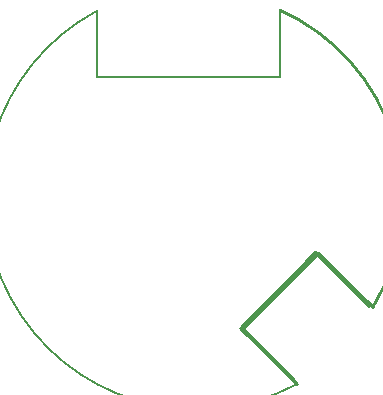
<source format=gko>
G04 Layer: BoardOutlineLayer*
G04 EasyEDA v6.5.22, 2023-01-25 14:37:09*
G04 a2e63df7a23446a2ae1eb019cd18a306,9a4ed40c0dd746429eaf55b84663d2fb,10*
G04 Gerber Generator version 0.2*
G04 Scale: 100 percent, Rotated: No, Reflected: No *
G04 Dimensions in inches *
G04 leading zeros omitted , absolute positions ,3 integer and 6 decimal *
%FSLAX36Y36*%
%MOIN*%

%ADD10C,0.0084*%
%ADD11C,0.0080*%
%ADD12C,0.0100*%
D10*
X439719Y-392869D02*
G01*
X439719Y-392869D01*
X251920Y-205070D01*
X259819Y-205070D01*
X511220Y46230D01*
X693819Y-136370D01*
D11*
X-225680Y852029D02*
G01*
X-225680Y777029D01*
X-225680Y632029D01*
X385219Y632029D01*
X384719Y854429D01*
D10*
G75*
G01*
X690715Y-133275D02*
G03*
X693820Y-136370I1552J-1548D01*
G75*
G01*
X693789Y-136349D02*
G03*
X384720Y854430I-593344J358505D01*
D11*
G75*
G01*
X-225680Y852030D02*
G03*
X439720Y-392870I333375J-622089D01*
D12*
X501130Y47462D02*
G01*
X253365Y-200302D01*
X253463Y-200401D02*
G01*
X432067Y-379005D01*
X501620Y46911D02*
G01*
X679803Y-131273D01*

%LPD*%
M02*

</source>
